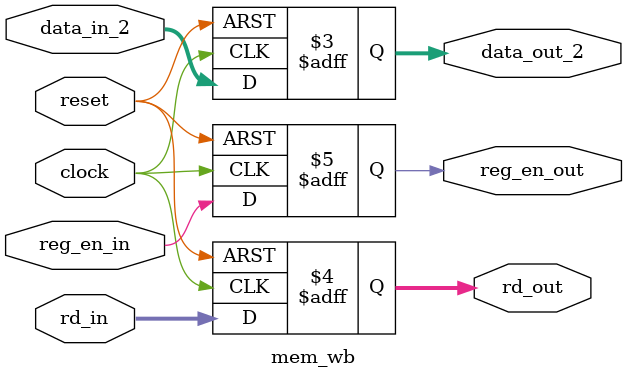
<source format=v>
module mem_wb ( 
	input wire [31:0] data_in_2,
	input wire [4:0] rd_in,
	input wire reg_en_in,
	input wire clock,
	input wire reset,
	
	output reg [31:0] data_out_2,
	output reg [4:0] rd_out,
	output reg reg_en_out
);
	
	always @(posedge clock or posedge reset) begin
	if (reset == 1'b1) begin
		data_out_2 = 0;
		rd_out = 0;
		reg_en_out = 0;
	end else begin
		data_out_2 = data_in_2;
		rd_out = rd_in;
		reg_en_out = reg_en_in;
	end
	end	
	

endmodule

</source>
